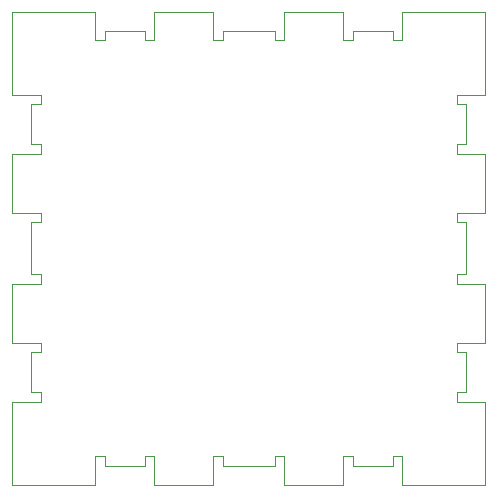
<source format=gbr>
%TF.GenerationSoftware,KiCad,Pcbnew,(6.0.8-1)-1*%
%TF.CreationDate,2022-10-25T23:49:06-07:00*%
%TF.ProjectId,bottom,626f7474-6f6d-42e6-9b69-6361645f7063,rev?*%
%TF.SameCoordinates,Original*%
%TF.FileFunction,Profile,NP*%
%FSLAX46Y46*%
G04 Gerber Fmt 4.6, Leading zero omitted, Abs format (unit mm)*
G04 Created by KiCad (PCBNEW (6.0.8-1)-1) date 2022-10-25 23:49:06*
%MOMM*%
%LPD*%
G01*
G04 APERTURE LIST*
%TA.AperFunction,Profile*%
%ADD10C,0.100000*%
%TD*%
G04 APERTURE END LIST*
D10*
X70800000Y-25720000D02*
X63800000Y-25720000D01*
X70800000Y-32720000D02*
X70800000Y-25720000D01*
X69200000Y-32720000D02*
X70800000Y-32720000D01*
X68400000Y-32720000D02*
X69200000Y-32720000D01*
X68400000Y-33520000D02*
X68400000Y-32720000D01*
X69200000Y-33520000D02*
X68400000Y-33520000D01*
X69200000Y-36920000D02*
X69200000Y-33520000D01*
X68400000Y-36920000D02*
X69200000Y-36920000D01*
X68400000Y-37720000D02*
X68400000Y-36920000D01*
X69200000Y-37720000D02*
X68400000Y-37720000D01*
X70800000Y-37720000D02*
X69200000Y-37720000D01*
X70800000Y-42720000D02*
X70800000Y-37720000D01*
X69200000Y-42720000D02*
X70800000Y-42720000D01*
X68400000Y-42720000D02*
X69200000Y-42720000D01*
X68400000Y-43520000D02*
X68400000Y-42720000D01*
X69200000Y-43520000D02*
X68400000Y-43520000D01*
X69200000Y-47920000D02*
X69200000Y-43520000D01*
X68400000Y-47920000D02*
X69200000Y-47920000D01*
X68400000Y-48720000D02*
X68400000Y-47920000D01*
X69200000Y-48720000D02*
X68400000Y-48720000D01*
X70800000Y-48720000D02*
X69200000Y-48720000D01*
X70800000Y-53720000D02*
X70800000Y-48720000D01*
X69200000Y-53720000D02*
X70800000Y-53720000D01*
X68400000Y-53720000D02*
X69200000Y-53720000D01*
X68400000Y-54520000D02*
X68400000Y-53720000D01*
X69200000Y-54520000D02*
X68400000Y-54520000D01*
X69200000Y-57920000D02*
X69200000Y-54520000D01*
X68400000Y-57920000D02*
X69200000Y-57920000D01*
X68400000Y-58720000D02*
X68400000Y-57920000D01*
X69200000Y-58720000D02*
X68400000Y-58720000D01*
X70800000Y-58720000D02*
X69200000Y-58720000D01*
X70800000Y-65720000D02*
X70800000Y-58720000D01*
X63800000Y-65720000D02*
X70800000Y-65720000D01*
X63800000Y-64120000D02*
X63800000Y-65720000D01*
X63800000Y-63320000D02*
X63800000Y-64120000D01*
X63000000Y-63320000D02*
X63800000Y-63320000D01*
X63000000Y-64120000D02*
X63000000Y-63320000D01*
X59600000Y-64120000D02*
X63000000Y-64120000D01*
X59600000Y-63320000D02*
X59600000Y-64120000D01*
X58800000Y-63320000D02*
X59600000Y-63320000D01*
X58800000Y-64120000D02*
X58800000Y-63320000D01*
X58800000Y-65720000D02*
X58800000Y-64120000D01*
X53800000Y-65720000D02*
X58800000Y-65720000D01*
X53800000Y-64120000D02*
X53800000Y-65720000D01*
X53800000Y-63320000D02*
X53800000Y-64120000D01*
X53000000Y-63320000D02*
X53800000Y-63320000D01*
X53000000Y-64120000D02*
X53000000Y-63320000D01*
X48600000Y-64120000D02*
X53000000Y-64120000D01*
X48600000Y-63320000D02*
X48600000Y-64120000D01*
X47800000Y-63320000D02*
X48600000Y-63320000D01*
X47800000Y-64120000D02*
X47800000Y-63320000D01*
X47800000Y-65720000D02*
X47800000Y-64120000D01*
X42800000Y-65720000D02*
X47800000Y-65720000D01*
X42800000Y-64120000D02*
X42800000Y-65720000D01*
X42800000Y-63320000D02*
X42800000Y-64120000D01*
X42000000Y-63320000D02*
X42800000Y-63320000D01*
X42000000Y-64120000D02*
X42000000Y-63320000D01*
X38600000Y-64120000D02*
X42000000Y-64120000D01*
X38600000Y-63320000D02*
X38600000Y-64120000D01*
X37800000Y-63320000D02*
X38600000Y-63320000D01*
X37800000Y-64120000D02*
X37800000Y-63320000D01*
X37800000Y-65720000D02*
X37800000Y-64120000D01*
X30800000Y-65720000D02*
X37800000Y-65720000D01*
X30800000Y-58720000D02*
X30800000Y-65720000D01*
X32400000Y-58720000D02*
X30800000Y-58720000D01*
X33200000Y-58720000D02*
X32400000Y-58720000D01*
X33200000Y-57920000D02*
X33200000Y-58720000D01*
X32400000Y-57920000D02*
X33200000Y-57920000D01*
X32400000Y-54520000D02*
X32400000Y-57920000D01*
X33200000Y-54520000D02*
X32400000Y-54520000D01*
X33200000Y-53720000D02*
X33200000Y-54520000D01*
X32400000Y-53720000D02*
X33200000Y-53720000D01*
X30800000Y-53720000D02*
X32400000Y-53720000D01*
X30800000Y-48720000D02*
X30800000Y-53720000D01*
X32400000Y-48720000D02*
X30800000Y-48720000D01*
X33200000Y-48720000D02*
X32400000Y-48720000D01*
X33200000Y-47920000D02*
X33200000Y-48720000D01*
X32400000Y-47920000D02*
X33200000Y-47920000D01*
X32400000Y-43520000D02*
X32400000Y-47920000D01*
X33200000Y-43520000D02*
X32400000Y-43520000D01*
X33200000Y-42720000D02*
X33200000Y-43520000D01*
X32400000Y-42720000D02*
X33200000Y-42720000D01*
X30800000Y-42720000D02*
X32400000Y-42720000D01*
X30800000Y-37720000D02*
X30800000Y-42720000D01*
X32400000Y-37720000D02*
X30800000Y-37720000D01*
X33200000Y-37720000D02*
X32400000Y-37720000D01*
X33200000Y-36920000D02*
X33200000Y-37720000D01*
X32400000Y-36920000D02*
X33200000Y-36920000D01*
X32400000Y-33520000D02*
X32400000Y-36920000D01*
X33200000Y-33520000D02*
X32400000Y-33520000D01*
X33200000Y-32720000D02*
X33200000Y-33520000D01*
X32400000Y-32720000D02*
X33200000Y-32720000D01*
X30800000Y-32720000D02*
X32400000Y-32720000D01*
X30800000Y-25720000D02*
X30800000Y-32720000D01*
X37800000Y-25720000D02*
X30800000Y-25720000D01*
X37800000Y-27320000D02*
X37800000Y-25720000D01*
X37800000Y-28120000D02*
X37800000Y-27320000D01*
X38600000Y-28120000D02*
X37800000Y-28120000D01*
X38600000Y-27320000D02*
X38600000Y-28120000D01*
X42000000Y-27320000D02*
X38600000Y-27320000D01*
X42000000Y-28120000D02*
X42000000Y-27320000D01*
X42800000Y-28120000D02*
X42000000Y-28120000D01*
X42800000Y-27320000D02*
X42800000Y-28120000D01*
X42800000Y-25720000D02*
X42800000Y-27320000D01*
X47800000Y-25720000D02*
X42800000Y-25720000D01*
X47800000Y-27320000D02*
X47800000Y-25720000D01*
X47800000Y-28120000D02*
X47800000Y-27320000D01*
X48600000Y-28120000D02*
X47800000Y-28120000D01*
X48600000Y-27320000D02*
X48600000Y-28120000D01*
X53000000Y-27320000D02*
X48600000Y-27320000D01*
X53000000Y-28120000D02*
X53000000Y-27320000D01*
X53800000Y-28120000D02*
X53000000Y-28120000D01*
X53800000Y-27320000D02*
X53800000Y-28120000D01*
X53800000Y-25720000D02*
X53800000Y-27320000D01*
X58800000Y-25720000D02*
X53800000Y-25720000D01*
X58800000Y-27320000D02*
X58800000Y-25720000D01*
X58800000Y-28120000D02*
X58800000Y-27320000D01*
X59600000Y-28120000D02*
X58800000Y-28120000D01*
X59600000Y-27320000D02*
X59600000Y-28120000D01*
X63000000Y-27320000D02*
X59600000Y-27320000D01*
X63000000Y-28120000D02*
X63000000Y-27320000D01*
X63800000Y-28120000D02*
X63000000Y-28120000D01*
X63800000Y-27320000D02*
X63800000Y-28120000D01*
X63800000Y-25720000D02*
X63800000Y-27320000D01*
M02*

</source>
